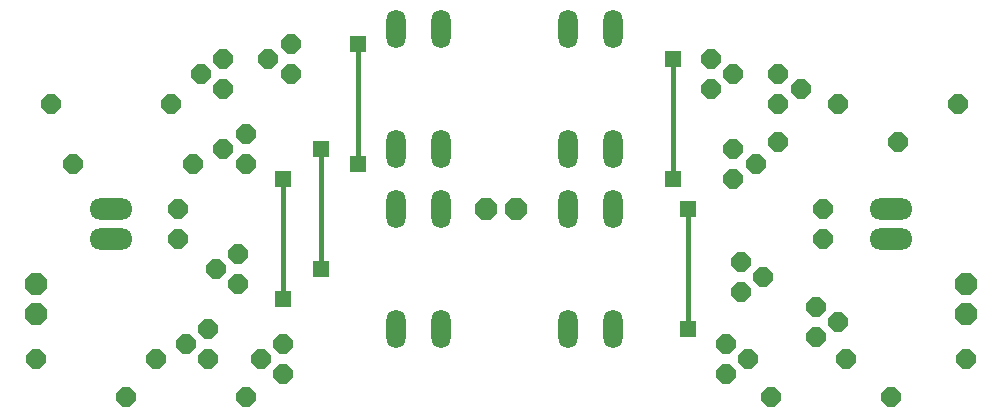
<source format=gbr>
G75*
G70*
%OFA0B0*%
%FSLAX24Y24*%
%IPPOS*%
%LPD*%
%AMOC8*
5,1,8,0,0,1.08239X$1,22.5*
%
%ADD10OC8,0.0640*%
%ADD11O,0.0640X0.1280*%
%ADD12OC8,0.0720*%
%ADD13O,0.1440X0.0720*%
%ADD14C,0.0160*%
%ADD15R,0.0560X0.0560*%
D10*
X007472Y004286D03*
X010472Y003036D03*
X011472Y004286D03*
X012472Y004786D03*
X013222Y004286D03*
X014972Y004286D03*
X015722Y003786D03*
X014472Y003036D03*
X015722Y004786D03*
X013222Y005286D03*
X014222Y006786D03*
X013472Y007286D03*
X014222Y007786D03*
X012222Y008286D03*
X012222Y009286D03*
X012722Y010786D03*
X013722Y011286D03*
X014472Y011786D03*
X014472Y010786D03*
X011972Y012786D03*
X013722Y013286D03*
X012972Y013786D03*
X013722Y014286D03*
X015222Y014286D03*
X015972Y014786D03*
X015972Y013786D03*
X008722Y010786D03*
X007972Y012786D03*
X029972Y013286D03*
X030722Y013786D03*
X029972Y014286D03*
X032222Y013786D03*
X032972Y013286D03*
X032222Y012786D03*
X034222Y012786D03*
X036222Y011536D03*
X038222Y012786D03*
X032222Y011536D03*
X030722Y011286D03*
X031472Y010786D03*
X030722Y010286D03*
X033722Y009286D03*
X033722Y008286D03*
X030972Y007536D03*
X031722Y007036D03*
X030972Y006536D03*
X033472Y006036D03*
X034222Y005536D03*
X033472Y005036D03*
X034472Y004286D03*
X035972Y003036D03*
X038472Y004286D03*
X031972Y003036D03*
X030472Y003786D03*
X031222Y004286D03*
X030472Y004786D03*
D11*
X026722Y005286D03*
X025222Y005286D03*
X020972Y005286D03*
X019472Y005286D03*
X019472Y009286D03*
X020972Y009286D03*
X025222Y009286D03*
X026722Y009286D03*
X026722Y011286D03*
X025222Y011286D03*
X020972Y011286D03*
X019472Y011286D03*
X019472Y015286D03*
X020972Y015286D03*
X025222Y015286D03*
X026722Y015286D03*
D12*
X023472Y009286D03*
X022472Y009286D03*
X007472Y006786D03*
X007472Y005786D03*
X038472Y005786D03*
X038472Y006786D03*
D13*
X035972Y008286D03*
X035972Y009286D03*
X009972Y009286D03*
X009972Y008286D03*
D14*
X015722Y006286D02*
X015722Y010286D01*
X018222Y010786D02*
X018222Y014786D01*
X016972Y011286D02*
X016972Y007286D01*
X028722Y010286D02*
X028722Y014286D01*
X029222Y009286D02*
X029222Y005286D01*
D15*
X029222Y005286D03*
X029222Y009286D03*
X028722Y010286D03*
X028722Y014286D03*
X018222Y014786D03*
X016972Y011286D03*
X018222Y010786D03*
X015722Y010286D03*
X016972Y007286D03*
X015722Y006286D03*
M02*

</source>
